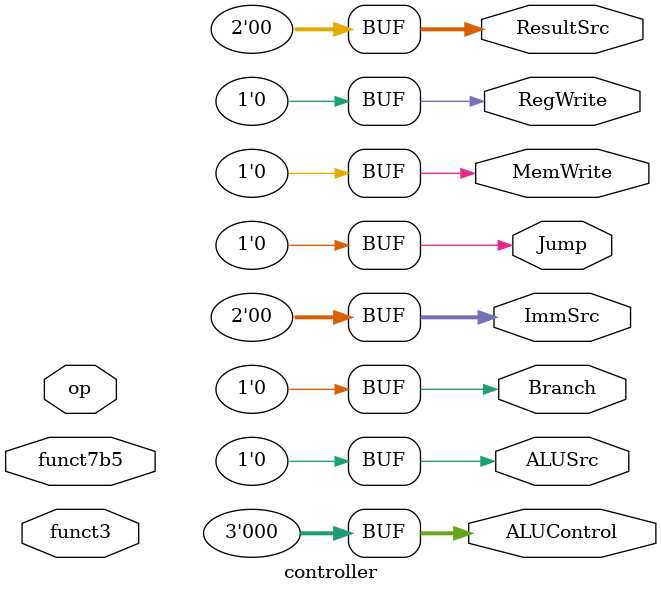
<source format=sv>
module controller(input  logic [6:0] op,
                  input  logic [2:0] funct3,
                  input  logic       funct7b5,
                  output logic [1:0] ResultSrc,
                  output logic       MemWrite,
                  output logic       ALUSrc,
                  output logic       RegWrite, Jump, Branch,
                  output logic [1:0] ImmSrc,
                  output logic [2:0] ALUControl);

  logic [1:0] ALUOp;

initial begin 
   ResultSrc <=0; 
   MemWrite<=0; 
   Branch <=0;
   ALUSrc<=0;
   RegWrite <=0;
   Jump<=0; 
   ImmSrc<=0;
   ALUControl <=0;
   end

  maindec md(op, ResultSrc, MemWrite, Branch,
             ALUSrc, RegWrite, Jump, ImmSrc, ALUOp);
  aludec  ad(op[5], funct3, funct7b5, ALUOp, ALUControl);

endmodule

</source>
